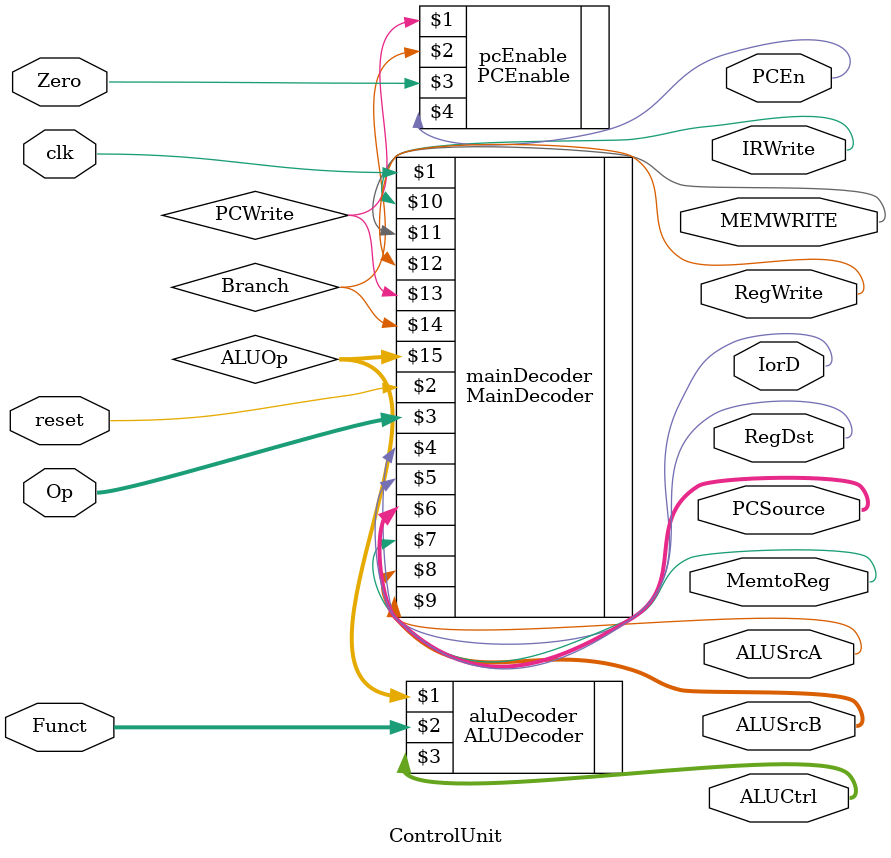
<source format=v>
`timescale 1ns / 1ps

module ControlUnit(clk, reset, Op, IorD, RegDst, PCSource, MemtoReg, ALUSrcA, ALUSrcB,
	IRWrite, MEMWRITE, RegWrite,
	Funct, ALUCtrl,
	Zero, PCEn);

   input clk;
	input reset;
	input [5:0] Op;

	output IorD;
	output RegDst;
	output [1:0] PCSource;
	output MemtoReg;
	output ALUSrcA;
	output [1:0] ALUSrcB;
	
	output IRWrite;
	output MEMWRITE;
	output RegWrite;

    input [5:0] Funct;
    output [2:0] ALUCtrl;

    input Zero;
    output PCEn;

    wire Branch, PCWrite;
    wire [1:0]ALUOp;

	MainDecoder mainDecoder(clk, reset, Op, IorD, RegDst, PCSource, MemtoReg, ALUSrcA, ALUSrcB,
        IRWrite, MEMWRITE, RegWrite, PCWrite, Branch, ALUOp);
	ALUDecoder aluDecoder(ALUOp, Funct, ALUCtrl);
	PCEnable pcEnable(PCWrite, Branch, Zero, PCEn);

endmodule

</source>
